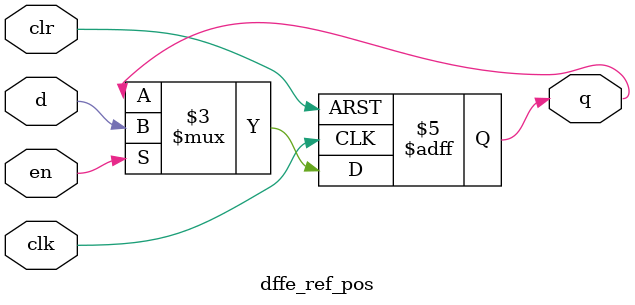
<source format=v>
module dffe_ref_pos (q, d, clk, en, clr);
   
   //Inputs
   input d, clk, en, clr;
   
   //Internal wire
   wire clr;

   //Output
   output q;
   
   //Register
   reg q;

   //Intialize q to 0
   initial
   begin
       q = 1'b0;
   end

   //Set value of q on positive edge of the clock or clear
   always @(posedge clk or posedge clr) begin
       //If clear is high, set q to 0
       if (clr) begin
           q <= 1'b0;
       //If enable is high, set q to the value of d
       end else if (en) begin
           q <= d;
       end
   end
endmodule
</source>
